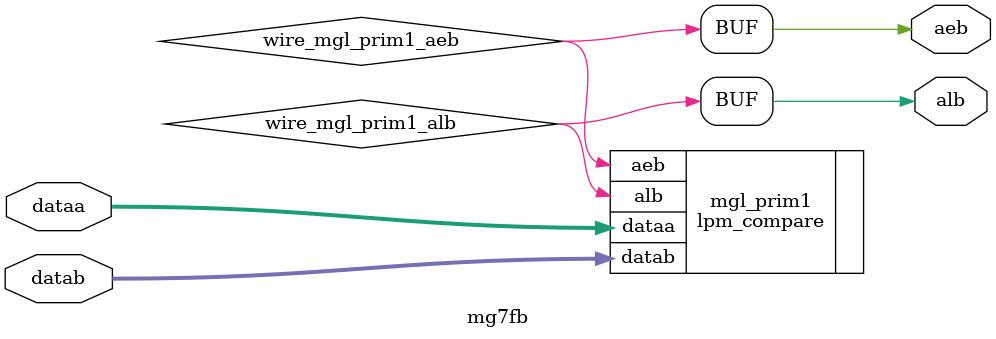
<source format=v>






//synthesis_resources = lpm_compare 1 
//synopsys translate_off
`timescale 1 ps / 1 ps
//synopsys translate_on
module  mg7fb
	( 
	aeb,
	alb,
	dataa,
	datab) /* synthesis synthesis_clearbox=1 */;
	output   aeb;
	output   alb;
	input   [63:0]  dataa;
	input   [63:0]  datab;

	wire  wire_mgl_prim1_aeb;
	wire  wire_mgl_prim1_alb;

	lpm_compare   mgl_prim1
	( 
	.aeb(wire_mgl_prim1_aeb),
	.alb(wire_mgl_prim1_alb),
	.dataa(dataa),
	.datab(datab));
	defparam
		mgl_prim1.lpm_representation = "SIGNED",
		mgl_prim1.lpm_type = "LPM_COMPARE",
		mgl_prim1.lpm_width = 64;
	assign
		aeb = wire_mgl_prim1_aeb,
		alb = wire_mgl_prim1_alb;
endmodule //mg7fb
//VALID FILE

</source>
